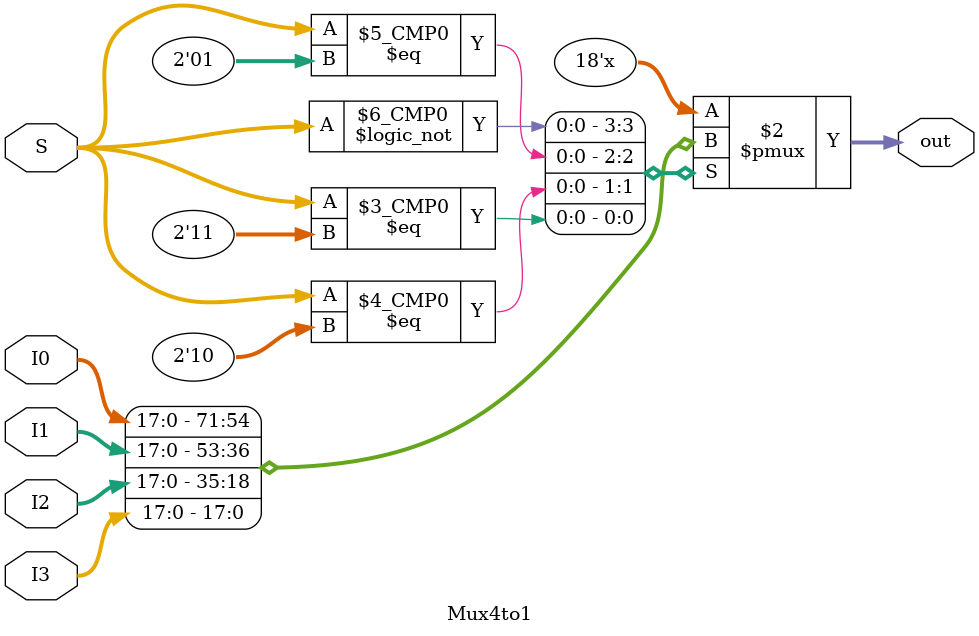
<source format=v>

module Mux4to1 ( I0, I1, I2, I3, S, out);

	parameter bit_size = 18;

	input [bit_size-1:0] I0;
	input [bit_size-1:0] I1;
	input [bit_size-1:0] I2;
	input [bit_size-1:0] I3;
	input [1:0] S;

	output [bit_size-1:0] out;
	reg [bit_size-1:0] out;
	
	always@ (*) begin
	  	out = 0;
		case (S)
			0 : out[bit_size-1:0] = I0[bit_size-1:0];
			1 : out[bit_size-1:0] = I1[bit_size-1:0];
			2 : out[bit_size-1:0] = I2[bit_size-1:0];
			3 : out[bit_size-1:0] = I3[bit_size-1:0];    
		endcase
		
	end
	
endmodule


</source>
